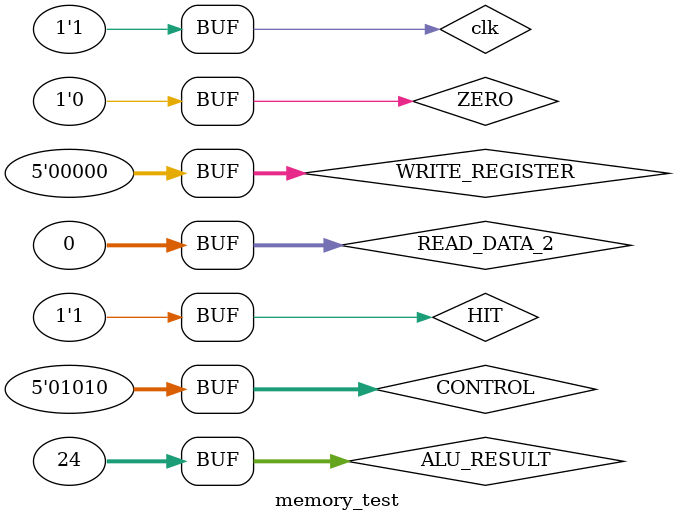
<source format=v>
`timescale 1ns / 1ps


module memory_test;

	// Inputs
	reg clk;
	reg [31:0] ALU_RESULT;
	reg [31:0] READ_DATA_2;
	reg [4:0] CONTROL;
	reg ZERO;
	reg [4:0] WRITE_REGISTER;
	reg HIT;

	// Outputs
	wire PC_SRC;
	wire [31:0] MEMORY_READ_DATA;
	wire [31:0] ALU_RESULT_WB;
	wire [4:0] WRITE_REGISTER_OUT;
	wire [1:0] CONTROL_OUT;
	wire HIT_OUT;

	// Instantiate the Unit Under Test (UUT)
	Memory uut (
		.clk(clk), 
		.ALU_RESULT(ALU_RESULT), 
		.READ_DATA_2(READ_DATA_2), 
		.CONTROL(CONTROL), 
		.ZERO(ZERO), 
		.WRITE_REGISTER(WRITE_REGISTER), 
		.HIT(HIT), 
		.PC_SRC(PC_SRC), 
		.MEMORY_READ_DATA(MEMORY_READ_DATA), 
		.ALU_RESULT_WB(ALU_RESULT_WB), 
		.WRITE_REGISTER_OUT(WRITE_REGISTER_OUT), 
		.CONTROL_OUT(CONTROL_OUT), 
		.HIT_OUT(HIT_OUT)
	);

	initial begin
		// Initialize Inputs
		clk = 0;
		ALU_RESULT = 24;
		READ_DATA_2 = 0;
		CONTROL = 0;
		ZERO = 0;
		WRITE_REGISTER = 0;
		HIT = 1;

		// Wait 100 ns for global reset to finish
		#100;
		
		clk = 1;
		
		#100;
		
		clk = 0;
		READ_DATA_2 = 66;
		CONTROL = 5'b10101;
      
		#100;
		
		clk = 1;
		
		#100;
		
		clk = 0;
		READ_DATA_2 = 0;
		CONTROL = 5'b01010;
		
		#100;
		
		clk = 1;
		
		#100;
		// Add stimulus here

	end
      
endmodule


</source>
